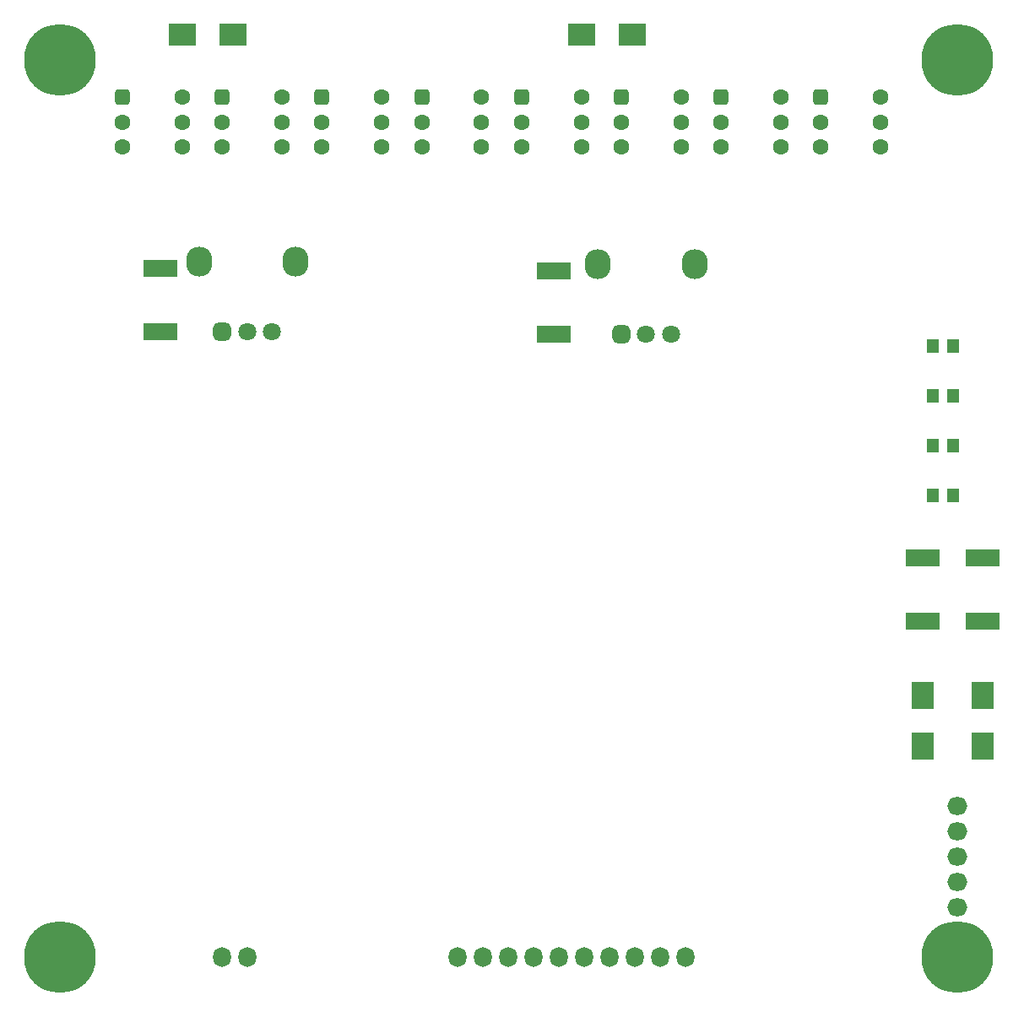
<source format=gts>
G04*
G04 #@! TF.GenerationSoftware,Altium Limited,Altium Designer,22.7.1 (60)*
G04*
G04 Layer_Color=8388736*
%FSLAX44Y44*%
%MOMM*%
G71*
G04*
G04 #@! TF.SameCoordinates,DCD1F4FC-07E0-4B9C-93DB-C222A076345C*
G04*
G04*
G04 #@! TF.FilePolarity,Negative*
G04*
G01*
G75*
%ADD18R,3.4032X1.8032*%
%ADD19R,2.2032X2.7032*%
%ADD20R,2.7032X2.2032*%
%ADD21R,1.2032X1.4532*%
%ADD22C,7.2032*%
%ADD23O,2.6032X3.0032*%
G04:AMPARAMS|DCode=24|XSize=1.8032mm|YSize=1.8032mm|CornerRadius=0.5016mm|HoleSize=0mm|Usage=FLASHONLY|Rotation=0.000|XOffset=0mm|YOffset=0mm|HoleType=Round|Shape=RoundedRectangle|*
%AMROUNDEDRECTD24*
21,1,1.8032,0.8000,0,0,0.0*
21,1,0.8000,1.8032,0,0,0.0*
1,1,1.0032,0.4000,-0.4000*
1,1,1.0032,-0.4000,-0.4000*
1,1,1.0032,-0.4000,0.4000*
1,1,1.0032,0.4000,0.4000*
%
%ADD24ROUNDEDRECTD24*%
%ADD25C,1.8032*%
%ADD26O,1.8032X2.0032*%
%ADD27C,1.6032*%
G04:AMPARAMS|DCode=28|XSize=1.6032mm|YSize=1.6032mm|CornerRadius=0.4516mm|HoleSize=0mm|Usage=FLASHONLY|Rotation=270.000|XOffset=0mm|YOffset=0mm|HoleType=Round|Shape=RoundedRectangle|*
%AMROUNDEDRECTD28*
21,1,1.6032,0.7000,0,0,270.0*
21,1,0.7000,1.6032,0,0,270.0*
1,1,0.9032,-0.3500,-0.3500*
1,1,0.9032,-0.3500,0.3500*
1,1,0.9032,0.3500,0.3500*
1,1,0.9032,0.3500,-0.3500*
%
%ADD28ROUNDEDRECTD28*%
%ADD29O,2.0032X1.8032*%
D18*
X545000Y675000D02*
D03*
Y738500D02*
D03*
X150000Y677500D02*
D03*
Y741000D02*
D03*
X915000Y386500D02*
D03*
Y450000D02*
D03*
X975000Y386500D02*
D03*
Y450000D02*
D03*
D19*
X915000Y312500D02*
D03*
Y261700D02*
D03*
X975000Y312500D02*
D03*
Y261700D02*
D03*
D20*
X572500Y975000D02*
D03*
X623300D02*
D03*
X172500D02*
D03*
X223300D02*
D03*
D21*
X925000Y512500D02*
D03*
X945320D02*
D03*
X925000Y562500D02*
D03*
X945320D02*
D03*
X925000Y612500D02*
D03*
X945320D02*
D03*
X925000Y662500D02*
D03*
X945320D02*
D03*
D22*
X950000Y50000D02*
D03*
Y950000D02*
D03*
X50000D02*
D03*
Y50000D02*
D03*
D23*
X286000Y747500D02*
D03*
X189000D02*
D03*
X686000Y745000D02*
D03*
X589000D02*
D03*
D24*
X212500Y677500D02*
D03*
X612500Y675000D02*
D03*
D25*
X262500Y677500D02*
D03*
X237500D02*
D03*
X662500Y675000D02*
D03*
X637500D02*
D03*
D26*
X651920Y50000D02*
D03*
X677320D02*
D03*
X626520D02*
D03*
X601120D02*
D03*
X448720D02*
D03*
X474120D02*
D03*
X524920D02*
D03*
X499520D02*
D03*
X575720D02*
D03*
X550320D02*
D03*
X212500D02*
D03*
X237900D02*
D03*
D27*
X372500Y862500D02*
D03*
X312500D02*
D03*
Y887500D02*
D03*
X372500D02*
D03*
Y912500D02*
D03*
X172500Y862500D02*
D03*
X112500D02*
D03*
Y887500D02*
D03*
X172500D02*
D03*
Y912500D02*
D03*
X272500Y862500D02*
D03*
X212500D02*
D03*
Y887500D02*
D03*
X272500D02*
D03*
Y912500D02*
D03*
X672500Y862500D02*
D03*
X612500D02*
D03*
Y887500D02*
D03*
X672500D02*
D03*
Y912500D02*
D03*
X572500Y862500D02*
D03*
X512500D02*
D03*
Y887500D02*
D03*
X572500D02*
D03*
Y912500D02*
D03*
X772500Y862500D02*
D03*
X712500D02*
D03*
Y887500D02*
D03*
X772500D02*
D03*
Y912500D02*
D03*
X872500Y862500D02*
D03*
X812500D02*
D03*
Y887500D02*
D03*
X872500D02*
D03*
Y912500D02*
D03*
X472500Y862500D02*
D03*
X412500D02*
D03*
Y887500D02*
D03*
X472500D02*
D03*
Y912500D02*
D03*
D28*
X312500D02*
D03*
X112500D02*
D03*
X212500D02*
D03*
X612500D02*
D03*
X512500D02*
D03*
X712500D02*
D03*
X812500D02*
D03*
X412500D02*
D03*
D29*
X950000Y201200D02*
D03*
Y175800D02*
D03*
Y125000D02*
D03*
Y99600D02*
D03*
Y150400D02*
D03*
M02*

</source>
